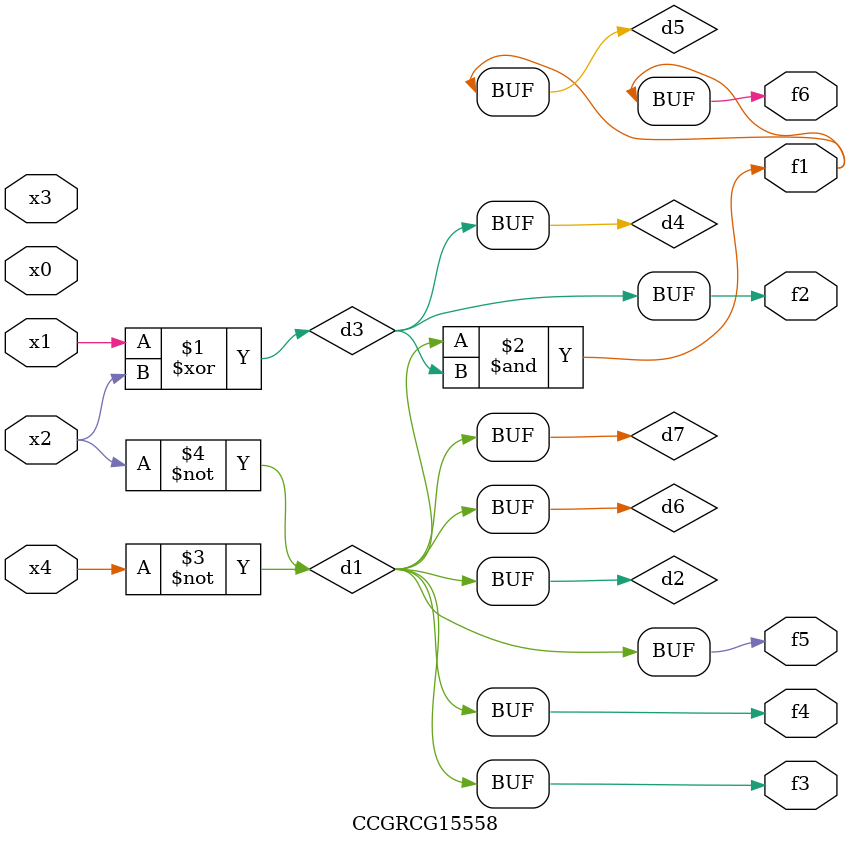
<source format=v>
module CCGRCG15558(
	input x0, x1, x2, x3, x4,
	output f1, f2, f3, f4, f5, f6
);

	wire d1, d2, d3, d4, d5, d6, d7;

	not (d1, x4);
	not (d2, x2);
	xor (d3, x1, x2);
	buf (d4, d3);
	and (d5, d1, d3);
	buf (d6, d1, d2);
	buf (d7, d2);
	assign f1 = d5;
	assign f2 = d4;
	assign f3 = d7;
	assign f4 = d7;
	assign f5 = d7;
	assign f6 = d5;
endmodule

</source>
